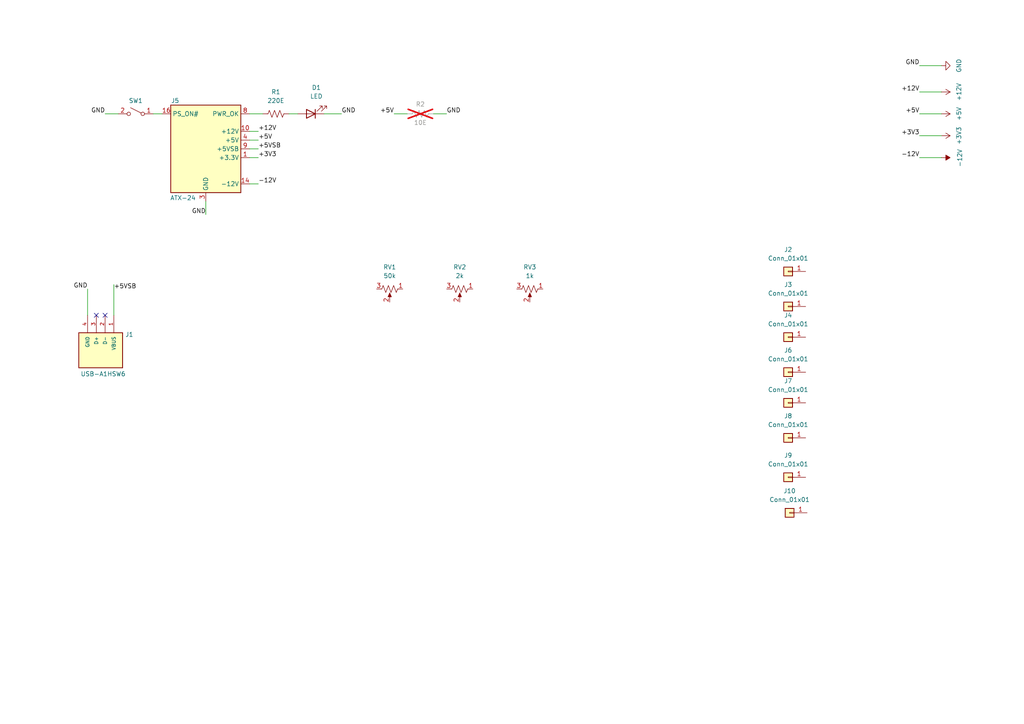
<source format=kicad_sch>
(kicad_sch (version 20231120) (generator "eeschema") (generator_version "8.0")
  (paper "A4")
  (lib_symbols
    (symbol "Connector:ATX-24"
      (property "Reference" "J" (at -8.89 13.97 0))
      (property "Value" "ATX-24" (at 6.35 13.97 0))
      (symbol "ATX-24_0_1"
        (rectangle (start -10.16 12.7) (end 10.16 -12.7) (stroke (width 0.254)) (fill (type background)))
      )
      (symbol "ATX-24_1_1"
        (pin power_out line (at 12.7 -2.54 180) (length 2.54) (name "+3.3V") (number "1"))
        (pin power_out line (at 12.7 5.08 180) (length 2.54) (name "+12V") (number "10"))
        (pin passive line (at 12.7 5.08 180) (length 2.54) hide (name "+12V") (number "11"))
        (pin passive line (at 12.7 -2.54 180) (length 2.54) hide (name "+3.3V") (number "12"))
        (pin passive line (at 12.7 -2.54 180) (length 2.54) hide (name "+3.3V") (number "13"))
        (pin power_out line (at 12.7 -10.16 180) (length 2.54) (name "-12V") (number "14"))
        (pin passive line (at 0 -15.24 90) (length 2.54) hide (name "GND") (number "15"))
        (pin open_collector line (at -12.7 10.16 0) (length 2.54) (name "PS_ON#") (number "16"))
        (pin passive line (at 0 -15.24 90) (length 2.54) hide (name "GND") (number "17"))
        (pin passive line (at 0 -15.24 90) (length 2.54) hide (name "GND") (number "18"))
        (pin passive line (at 0 -15.24 90) (length 2.54) hide (name "GND") (number "19"))
        (pin passive line (at 12.7 -2.54 180) (length 2.54) hide (name "+3.3V") (number "2"))
        (pin no_connect line (at -10.16 0 0) (length 2.54) hide (name "NC") (number "20"))
        (pin passive line (at 12.7 2.54 180) (length 2.54) hide (name "+5V") (number "21"))
        (pin passive line (at 12.7 2.54 180) (length 2.54) hide (name "+5V") (number "22"))
        (pin passive line (at 12.7 2.54 180) (length 2.54) hide (name "+5V") (number "23"))
        (pin passive line (at 0 -15.24 90) (length 2.54) hide (name "GND") (number "24"))
        (pin power_out line (at 0 -15.24 90) (length 2.54) (name "GND") (number "3"))
        (pin power_out line (at 12.7 2.54 180) (length 2.54) (name "+5V") (number "4"))
        (pin passive line (at 0 -15.24 90) (length 2.54) hide (name "GND") (number "5"))
        (pin passive line (at 12.7 2.54 180) (length 2.54) hide (name "+5V") (number "6"))
        (pin passive line (at 0 -15.24 90) (length 2.54) hide (name "GND") (number "7"))
        (pin output line (at 12.7 10.16 180) (length 2.54) (name "PWR_OK") (number "8"))
        (pin power_out line (at 12.7 0 180) (length 2.54) (name "+5VSB") (number "9"))
      )
    )
    (symbol "Connector_Generic:Conn_01x01" (pin_names (offset 1.016) hide)
      (property "Reference" "J" (at 0 2.54 0))
      (property "Value" "Conn_01x01" (at 0 -2.54 0))
      (symbol "Conn_01x01_1_1"
        (rectangle (start -1.27 0.127) (end 0 -0.127) (stroke (width 0.1524)))
        (rectangle (start -1.27 1.27) (end 1.27 -1.27) (stroke (width 0.254)) (fill (type background)))
        (pin passive line (at -5.08 0 0) (length 3.81) (name "Pin_1") (number "1"))
      )
    )
    (symbol "Device:LED" (pin_numbers hide) (pin_names (offset 1.016) hide)
      (property "Reference" "D" (at 0 2.54 0))
      (property "Value" "LED" (at 0 -2.54 0))
      (symbol "LED_0_1"
        (polyline (pts (xy -1.27 -1.27) (xy -1.27 1.27)) (stroke (width 0.254)))
        (polyline (pts (xy -1.27 0) (xy 1.27 0)))
        (polyline (pts (xy 1.27 -1.27) (xy 1.27 1.27) (xy -1.27 0) (xy 1.27 -1.27)) (stroke (width 0.254)))
        (polyline (pts (xy -3.048 -0.762) (xy -4.572 -2.286) (xy -3.81 -2.286) (xy -4.572 -2.286) (xy -4.572 -1.524)))
        (polyline (pts (xy -1.778 -0.762) (xy -3.302 -2.286) (xy -2.54 -2.286) (xy -3.302 -2.286) (xy -3.302 -1.524)))
      )
      (symbol "LED_1_1"
        (pin passive line (at -3.81 0 0) (length 2.54) (name "K") (number "1"))
        (pin passive line (at 3.81 0 180) (length 2.54) (name "A") (number "2"))
      )
    )
    (symbol "Device:R_Potentiometer_US" (pin_names (offset 1.016) hide)
      (property "Reference" "RV" (at -4.445 0 90))
      (property "Value" "R_Potentiometer_US" (at -2.54 0 90))
      (symbol "R_Potentiometer_US_0_1"
        (polyline (pts (xy 0 -2.286) (xy 0 -2.54)))
        (polyline (pts (xy 0 2.54) (xy 0 2.286)))
        (polyline (pts (xy 2.54 0) (xy 1.524 0)))
        (polyline (pts (xy 1.143 0) (xy 2.286 0.508) (xy 2.286 -0.508) (xy 1.143 0)) (fill (type outline)))
        (polyline (pts (xy 0 -0.762) (xy 1.016 -1.143) (xy 0 -1.524) (xy -1.016 -1.905) (xy 0 -2.286)))
        (polyline (pts (xy 0 0.762) (xy 1.016 0.381) (xy 0 0) (xy -1.016 -0.381) (xy 0 -0.762)))
        (polyline (pts (xy 0 2.286) (xy 1.016 1.905) (xy 0 1.524) (xy -1.016 1.143) (xy 0 0.762)))
      )
      (symbol "R_Potentiometer_US_1_1"
        (pin passive line (at 0 3.81 270) (length 1.27) (name "1") (number "1"))
        (pin passive line (at 3.81 0 180) (length 1.27) (name "2") (number "2"))
        (pin passive line (at 0 -3.81 90) (length 1.27) (name "3") (number "3"))
      )
    )
    (symbol "Device:R_US" (pin_numbers hide) (pin_names (offset 0))
      (property "Reference" "R" (at 2.54 0 90))
      (property "Value" "R_US" (at -2.54 0 90))
      (symbol "R_US_0_1"
        (polyline (pts (xy 0 -2.286) (xy 0 -2.54)))
        (polyline (pts (xy 0 2.286) (xy 0 2.54)))
        (polyline (pts (xy 0 -0.762) (xy 1.016 -1.143) (xy 0 -1.524) (xy -1.016 -1.905) (xy 0 -2.286)))
        (polyline (pts (xy 0 0.762) (xy 1.016 0.381) (xy 0 0) (xy -1.016 -0.381) (xy 0 -0.762)))
        (polyline (pts (xy 0 2.286) (xy 1.016 1.905) (xy 0 1.524) (xy -1.016 1.143) (xy 0 0.762)))
      )
      (symbol "R_US_1_1"
        (pin passive line (at 0 3.81 270) (length 1.27) (name "~") (number "1"))
        (pin passive line (at 0 -3.81 90) (length 1.27) (name "~") (number "2"))
      )
    )
    (symbol "Switch:SW_SPST" (pin_names (offset 0) hide)
      (property "Reference" "SW" (at 0 3.175 0))
      (property "Value" "SW_SPST" (at 0 -2.54 0))
      (symbol "SW_SPST_0_0"
        (circle (center -2.032 0) (radius 0.508))
        (polyline (pts (xy -1.524 0.254) (xy 1.524 1.778)))
        (circle (center 2.032 0) (radius 0.508))
      )
      (symbol "SW_SPST_1_1"
        (pin passive line (at -5.08 0 0) (length 2.54) (name "A") (number "1"))
        (pin passive line (at 5.08 0 180) (length 2.54) (name "B") (number "2"))
      )
    )
    (symbol "USB-A1HSW6:USB-A1HSW6" (pin_names (offset 1.016))
      (property "Reference" "J" (at -5.0818 8.898 0))
      (property "Value" "USB-A1HSW6" (at -5.0836 -7.6344 0))
      (symbol "USB-A1HSW6_0_0"
        (rectangle (start -5.08 -5.08) (end 5.08 7.62) (stroke (width 0.254)) (fill (type background)))
        (pin power_in line (at -10.16 5.08 0) (length 5.08) (name "VBUS") (number "1"))
        (pin bidirectional line (at -10.16 2.54 0) (length 5.08) (name "D-") (number "2"))
        (pin bidirectional line (at -10.16 0 0) (length 5.08) (name "D+") (number "3"))
        (pin power_in line (at -10.16 -2.54 0) (length 5.08) (name "GND") (number "4"))
      )
    )
    (symbol "power:+12V" (power) (pin_numbers hide) (pin_names (offset 0) hide)
      (property "Value" "+12V" (at 0 3.556 0))
      (symbol "+12V_0_1"
        (polyline (pts (xy -0.762 1.27) (xy 0 2.54)))
        (polyline (pts (xy 0 0) (xy 0 2.54)))
        (polyline (pts (xy 0 2.54) (xy 0.762 1.27)))
      )
      (symbol "+12V_1_1"
        (pin power_in line (at 0 0 90) (length 0) (name "~") (number "1"))
      )
    )
    (symbol "power:+3V3" (power) (pin_numbers hide) (pin_names (offset 0) hide)
      (property "Value" "+3V3" (at 0 3.556 0))
      (symbol "+3V3_0_1"
        (polyline (pts (xy -0.762 1.27) (xy 0 2.54)))
        (polyline (pts (xy 0 0) (xy 0 2.54)))
        (polyline (pts (xy 0 2.54) (xy 0.762 1.27)))
      )
      (symbol "+3V3_1_1"
        (pin power_in line (at 0 0 90) (length 0) (name "~") (number "1"))
      )
    )
    (symbol "power:+5V" (power) (pin_numbers hide) (pin_names (offset 0) hide)
      (property "Value" "+5V" (at 0 3.556 0))
      (symbol "+5V_0_1"
        (polyline (pts (xy -0.762 1.27) (xy 0 2.54)))
        (polyline (pts (xy 0 0) (xy 0 2.54)))
        (polyline (pts (xy 0 2.54) (xy 0.762 1.27)))
      )
      (symbol "+5V_1_1"
        (pin power_in line (at 0 0 90) (length 0) (name "~") (number "1"))
      )
    )
    (symbol "power:-12V" (power) (pin_numbers hide) (pin_names (offset 0) hide)
      (property "Value" "-12V" (at 0 3.556 0))
      (symbol "-12V_0_0"
        (pin power_in line (at 0 0 90) (length 0) (name "~") (number "1"))
      )
      (symbol "-12V_0_1"
        (polyline (pts (xy 0 0) (xy 0 1.27) (xy 0.762 1.27) (xy 0 2.54) (xy -0.762 1.27) (xy 0 1.27)) (fill (type outline)))
      )
    )
    (symbol "power:GND" (power) (pin_numbers hide) (pin_names (offset 0) hide)
      (property "Value" "GND" (at 0 -3.81 0))
      (symbol "GND_0_1"
        (polyline (pts (xy 0 0) (xy 0 -1.27) (xy 1.27 -1.27) (xy 0 -2.54) (xy -1.27 -1.27) (xy 0 -1.27)))
      )
      (symbol "GND_1_1"
        (pin power_in line (at 0 0 270) (length 0) (name "~") (number "1"))
      )
    )
  )
  (no_connect (at 30.48 91.44))
  (no_connect (at 27.94 91.44))
  (wire (pts (xy 93.98 33.02) (xy 99.06 33.02)))
  (wire (pts (xy 72.39 38.1) (xy 74.93 38.1)))
  (wire (pts (xy 266.7 39.37) (xy 273.05 39.37)))
  (wire (pts (xy 266.7 33.02) (xy 273.05 33.02)))
  (wire (pts (xy 72.39 45.72) (xy 74.93 45.72)))
  (wire (pts (xy 25.4 91.44) (xy 25.4 83.82)))
  (wire (pts (xy 125.73 33.02) (xy 129.54 33.02)))
  (wire (pts (xy 72.39 40.64) (xy 74.93 40.64)))
  (wire (pts (xy 72.39 53.34) (xy 74.93 53.34)))
  (wire (pts (xy 114.3 33.02) (xy 118.11 33.02)))
  (wire (pts (xy 30.48 33.02) (xy 34.29 33.02)))
  (wire (pts (xy 44.45 33.02) (xy 46.99 33.02)))
  (wire (pts (xy 266.7 45.72) (xy 273.05 45.72)))
  (wire (pts (xy 83.82 33.02) (xy 86.36 33.02)))
  (wire (pts (xy 266.7 19.05) (xy 273.05 19.05)))
  (wire (pts (xy 266.7 26.67) (xy 273.05 26.67)))
  (wire (pts (xy 72.39 33.02) (xy 76.2 33.02)))
  (wire (pts (xy 59.69 58.42) (xy 59.69 62.23)))
  (wire (pts (xy 33.02 82.55) (xy 33.02 91.44)))
  (wire (pts (xy 72.39 43.18) (xy 74.93 43.18)))
  (label "GND" (at 99.06 33.02 0))
  (label "-12V" (at 266.7 45.72 180))
  (label "GND" (at 30.48 33.02 180))
  (label "+3V3" (at 266.7 39.37 180))
  (label "GND" (at 59.69 62.23 180))
  (label "+5V" (at 266.7 33.02 180))
  (label "GND" (at 129.54 33.02 0))
  (label "+3V3" (at 74.93 45.72 0))
  (label "+12V" (at 74.93 38.1 0))
  (label "+12V" (at 266.7 26.67 180))
  (label "GND" (at 25.4 83.82 180))
  (label "+5V" (at 74.93 40.64 0))
  (label "+5VSB" (at 33.02 82.55 0))
  (label "-12V" (at 74.93 53.34 0))
  (label "GND" (at 266.7 19.05 180))
  (label "+5VSB" (at 74.93 43.18 0))
  (label "+5V" (at 114.3 33.02 180))
  (symbol (lib_id "Device:R_Potentiometer_US") (at 133.35 83.82 270) (unit 1)
    (property "Reference" "RV2" (at 133.35 77.47 90))
    (property "Value" "2k" (at 133.35 80.01 90))
    (property "Description" "Potentiometer, US symbol" (effects (hide yes)))
  )
  (symbol (lib_id "Device:LED") (at 90.17 33.02 180) (unit 1)
    (property "Reference" "D1" (at 91.7575 25.4 0))
    (property "Value" "LED" (at 91.7575 27.94 0))
    (property "Description" "Light emitting diode" (effects (hide yes)))
  )
  (symbol (lib_id "power:+5V") (at 273.05 33.02 270) (unit 1)
    (property "Reference" "#PWR02" (effects (hide yes)))
    (property "Value" "+5V" (at 278.13 33.02 0))
    (property "Description" "Power symbol creates a global label with name \"+5V\"" (effects (hide yes)))
  )
  (symbol (lib_id "Connector_Generic:Conn_01x01") (at 228.6 107.95 180) (unit 1)
    (property "Reference" "J6" (at 228.6 101.6 0))
    (property "Value" "Conn_01x01" (at 228.6 104.14 0))
    (property "Description" "Generic connector, single row, 01x01, script generated (kicad-library-utils/schlib/autogen/connector/)" (effects (hide yes)))
  )
  (symbol (lib_id "Connector_Generic:Conn_01x01") (at 228.6 78.74 180) (unit 1)
    (property "Reference" "J2" (at 228.6 72.39 0))
    (property "Value" "Conn_01x01" (at 228.6 74.93 0))
    (property "Description" "Generic connector, single row, 01x01, script generated (kicad-library-utils/schlib/autogen/connector/)" (effects (hide yes)))
  )
  (symbol (lib_id "Device:R_US") (at 80.01 33.02 90) (unit 1)
    (property "Reference" "R1" (at 80.01 26.67 90))
    (property "Value" "220E" (at 80.01 29.21 90))
    (property "Description" "Resistor, US symbol" (effects (hide yes)))
  )
  (symbol (lib_id "Device:R_US") (at 121.92 33.02 270) (unit 1) (dnp yes)
    (property "Reference" "R2" (at 121.92 30.226 90))
    (property "Value" "10E" (at 121.92 35.56 90))
    (property "Description" "Resistor, US symbol" (effects (hide yes)))
  )
  (symbol (lib_id "Connector_Generic:Conn_01x01") (at 228.6 88.9 180) (unit 1)
    (property "Reference" "J3" (at 228.6 82.55 0))
    (property "Value" "Conn_01x01" (at 228.6 85.09 0))
    (property "Description" "Generic connector, single row, 01x01, script generated (kicad-library-utils/schlib/autogen/connector/)" (effects (hide yes)))
  )
  (symbol (lib_id "Device:R_Potentiometer_US") (at 113.03 83.82 270) (unit 1)
    (property "Reference" "RV1" (at 113.03 77.47 90))
    (property "Value" "50k" (at 113.03 80.01 90))
    (property "Description" "Potentiometer, US symbol" (effects (hide yes)))
  )
  (symbol (lib_id "Device:R_Potentiometer_US") (at 153.67 83.82 270) (unit 1)
    (property "Reference" "RV3" (at 153.67 77.47 90))
    (property "Value" "1k" (at 153.67 80.01 90))
    (property "Description" "Potentiometer, US symbol" (effects (hide yes)))
  )
  (symbol (lib_id "Switch:SW_SPST") (at 39.37 33.02 0) (mirror y) (unit 1)
    (property "Reference" "SW1" (at 39.37 29.21 0))
    (property "Value" "SW_SPST" (effects (hide yes)))
    (property "Description" "Single Pole Single Throw (SPST) switch" (effects (hide yes)))
  )
  (symbol (lib_id "power:-12V") (at 273.05 45.72 270) (unit 1)
    (property "Reference" "#PWR05" (effects (hide yes)))
    (property "Value" "-12V" (at 278.384 43.18 0) (effects (justify left)))
    (property "Description" "Power symbol creates a global label with name \"-12V\"" (effects (hide yes)))
  )
  (symbol (lib_id "Connector_Generic:Conn_01x01") (at 229.0158 148.7376 180) (unit 1)
    (property "Reference" "J10" (at 229.0158 142.3876 0))
    (property "Value" "Conn_01x01" (at 229.0158 144.9276 0))
    (property "Description" "Generic connector, single row, 01x01, script generated (kicad-library-utils/schlib/autogen/connector/)" (effects (hide yes)))
  )
  (symbol (lib_id "Connector_Generic:Conn_01x01") (at 228.6 97.79 180) (unit 1)
    (property "Reference" "J4" (at 228.6 91.44 0))
    (property "Value" "Conn_01x01" (at 228.6 93.98 0))
    (property "Description" "Generic connector, single row, 01x01, script generated (kicad-library-utils/schlib/autogen/connector/)" (effects (hide yes)))
  )
  (symbol (lib_id "Connector_Generic:Conn_01x01") (at 228.6 127 180) (unit 1)
    (property "Reference" "J8" (at 228.6 120.65 0))
    (property "Value" "Conn_01x01" (at 228.6 123.19 0))
    (property "Description" "Generic connector, single row, 01x01, script generated (kicad-library-utils/schlib/autogen/connector/)" (effects (hide yes)))
  )
  (symbol (lib_id "Connector:ATX-24") (at 59.69 43.18 0) (unit 1)
    (property "Reference" "J5" (at 50.8 29.21 0))
    (property "Value" "ATX-24" (at 53.086 57.404 0))
    (property "Datasheet" "https://www.intel.com/content/dam/www/public/us/en/documents/guides/power-supply-design-guide-june.pdf#page=33" (effects (hide yes)))
    (property "Description" "ATX Power supply 24pins" (effects (hide yes)))
  )
  (symbol (lib_id "USB-A1HSW6:USB-A1HSW6") (at 27.94 101.6 270) (unit 1)
    (property "Reference" "J1" (at 36.322 97.028 90) (effects (justify left)))
    (property "Value" "USB-A1HSW6" (at 23.368 108.458 90) (effects (justify left)))
    (property "Footprint" "USB-A1HSW6:OST_USB-A1HSW6" (effects (hide yes)))
    (property "MF" "On Shore" (effects (hide yes)))
    (property "MAXIMUM_PACKAGE_HEIGHT" "7.1 mm" (effects (hide yes)))
    (property "Package" "None" (effects (hide yes)))
    (property "Price" "None" (effects (hide yes)))
    (property "Check_prices" "https://www.snapeda.com/parts/USB-A1HSW6/ON/view-part/?ref=eda" (effects (hide yes)))
    (property "STANDARD" "Manufacturer Recommendations" (effects (hide yes)))
    (property "PARTREV" "A" (effects (hide yes)))
    (property "SnapEDA_Link" "https://www.snapeda.com/parts/USB-A1HSW6/ON/view-part/?ref=snap" (effects (hide yes)))
    (property "MP" "USB-A1HSW6" (effects (hide yes)))
    (property "Description_1" "\n                        \n                            USB-A (USB TYPE-A) - Receptacle Connector 4 Position Through Hole, Right Angle\n                        \n" (effects (hide yes)))
    (property "Availability" "In Stock" (effects (hide yes)))
    (property "MANUFACTURER" "On Shore" (effects (hide yes)))
  )
  (symbol (lib_id "Connector_Generic:Conn_01x01") (at 228.6 116.84 180) (unit 1)
    (property "Reference" "J7" (at 228.6 110.49 0))
    (property "Value" "Conn_01x01" (at 228.6 113.03 0))
    (property "Description" "Generic connector, single row, 01x01, script generated (kicad-library-utils/schlib/autogen/connector/)" (effects (hide yes)))
  )
  (symbol (lib_id "power:+3V3") (at 273.05 39.37 270) (unit 1)
    (property "Reference" "#PWR01" (effects (hide yes)))
    (property "Value" "+3V3" (at 278.13 39.37 0))
    (property "Description" "Power symbol creates a global label with name \"+3V3\"" (effects (hide yes)))
  )
  (symbol (lib_id "Connector_Generic:Conn_01x01") (at 228.6 138.43 180) (unit 1)
    (property "Reference" "J9" (at 228.6 132.08 0))
    (property "Value" "Conn_01x01" (at 228.6 134.62 0))
    (property "Description" "Generic connector, single row, 01x01, script generated (kicad-library-utils/schlib/autogen/connector/)" (effects (hide yes)))
  )
  (symbol (lib_id "power:GND") (at 273.05 19.05 90) (unit 1)
    (property "Reference" "#PWR03" (effects (hide yes)))
    (property "Value" "GND" (at 278.13 19.05 0))
    (property "Description" "Power symbol creates a global label with name \"GND\" , ground" (effects (hide yes)))
  )
  (symbol (lib_id "power:+12V") (at 273.05 26.67 270) (unit 1)
    (property "Reference" "#PWR04" (effects (hide yes)))
    (property "Value" "+12V" (at 278.13 26.67 0))
    (property "Description" "Power symbol creates a global label with name \"+12V\"" (effects (hide yes)))
  )
)
</source>
